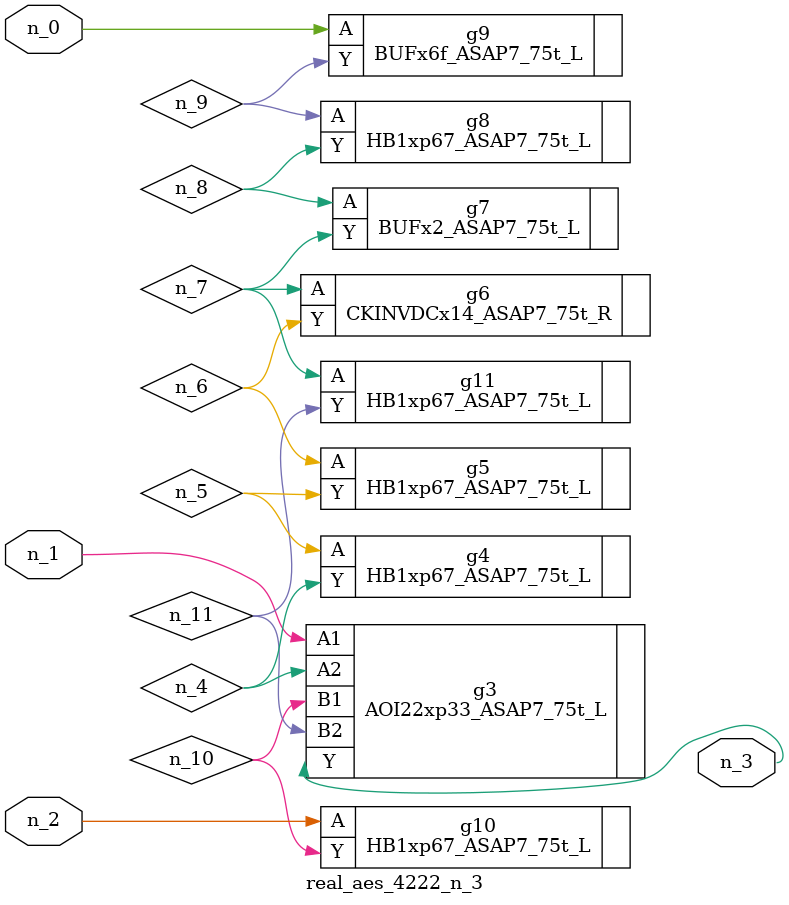
<source format=v>
module real_aes_4222_n_3 (n_0, n_2, n_1, n_3);
input n_0;
input n_2;
input n_1;
output n_3;
wire n_4;
wire n_5;
wire n_7;
wire n_8;
wire n_6;
wire n_9;
wire n_10;
wire n_11;
BUFx6f_ASAP7_75t_L g9 ( .A(n_0), .Y(n_9) );
AOI22xp33_ASAP7_75t_L g3 ( .A1(n_1), .A2(n_4), .B1(n_10), .B2(n_11), .Y(n_3) );
HB1xp67_ASAP7_75t_L g10 ( .A(n_2), .Y(n_10) );
HB1xp67_ASAP7_75t_L g4 ( .A(n_5), .Y(n_4) );
HB1xp67_ASAP7_75t_L g5 ( .A(n_6), .Y(n_5) );
CKINVDCx14_ASAP7_75t_R g6 ( .A(n_7), .Y(n_6) );
HB1xp67_ASAP7_75t_L g11 ( .A(n_7), .Y(n_11) );
BUFx2_ASAP7_75t_L g7 ( .A(n_8), .Y(n_7) );
HB1xp67_ASAP7_75t_L g8 ( .A(n_9), .Y(n_8) );
endmodule
</source>
